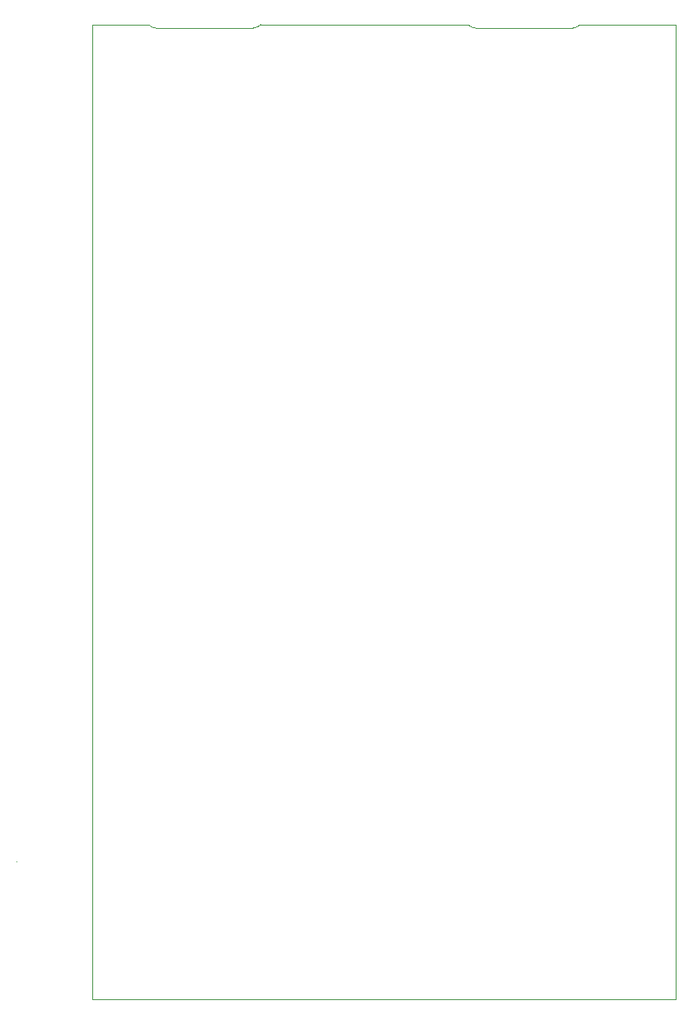
<source format=gm1>
G04 Layer_Color=16711935*
%FSLAX43Y43*%
%MOMM*%
G71*
G01*
G75*
%ADD94C,0.100*%
%ADD171C,0.005*%
D94*
X-10600Y-350D02*
G03*
X-9825Y-1I0J1036D01*
G01*
X-21375D02*
G03*
X-20600Y-350I776J686D01*
G01*
X-43434Y-350D02*
G03*
X-42659Y-1I0J1036D01*
G01*
X-54209D02*
G03*
X-53434Y-350I776J686D01*
G01*
X-60000Y-100000D02*
X0D01*
Y0D01*
X-60000Y-100000D02*
Y0D01*
X-9825D02*
X0D01*
X-20600Y-350D02*
X-10600D01*
X-53434D02*
X-43434D01*
X-60000Y0D02*
X-54209D01*
X-42659D02*
X-21375D01*
X-19100Y-353D02*
X-12082D01*
D171*
X-67750Y-85890D02*
Y-85880D01*
M02*

</source>
